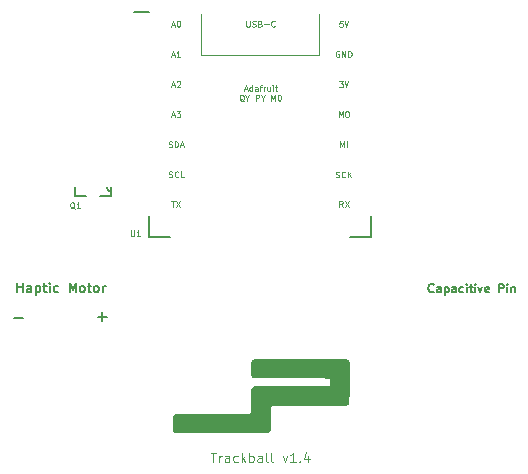
<source format=gbr>
%TF.GenerationSoftware,KiCad,Pcbnew,(6.0.9-0)*%
%TF.CreationDate,2023-01-01T03:06:46-08:00*%
%TF.ProjectId,trackball,74726163-6b62-4616-9c6c-2e6b69636164,v01*%
%TF.SameCoordinates,Original*%
%TF.FileFunction,Legend,Top*%
%TF.FilePolarity,Positive*%
%FSLAX46Y46*%
G04 Gerber Fmt 4.6, Leading zero omitted, Abs format (unit mm)*
G04 Created by KiCad (PCBNEW (6.0.9-0)) date 2023-01-01 03:06:46*
%MOMM*%
%LPD*%
G01*
G04 APERTURE LIST*
%ADD10C,0.100000*%
%ADD11C,0.150000*%
%ADD12C,0.120000*%
%ADD13C,0.125000*%
%ADD14C,0.200000*%
%ADD15C,0.152400*%
G04 APERTURE END LIST*
D10*
X143142857Y-129680833D02*
X143380952Y-129680833D01*
X143095238Y-129823690D02*
X143261904Y-129323690D01*
X143428571Y-129823690D01*
X143809523Y-129823690D02*
X143809523Y-129323690D01*
X143809523Y-129799880D02*
X143761904Y-129823690D01*
X143666666Y-129823690D01*
X143619047Y-129799880D01*
X143595238Y-129776071D01*
X143571428Y-129728452D01*
X143571428Y-129585595D01*
X143595238Y-129537976D01*
X143619047Y-129514166D01*
X143666666Y-129490357D01*
X143761904Y-129490357D01*
X143809523Y-129514166D01*
X144261904Y-129823690D02*
X144261904Y-129561785D01*
X144238095Y-129514166D01*
X144190476Y-129490357D01*
X144095238Y-129490357D01*
X144047619Y-129514166D01*
X144261904Y-129799880D02*
X144214285Y-129823690D01*
X144095238Y-129823690D01*
X144047619Y-129799880D01*
X144023809Y-129752261D01*
X144023809Y-129704642D01*
X144047619Y-129657023D01*
X144095238Y-129633214D01*
X144214285Y-129633214D01*
X144261904Y-129609404D01*
X144428571Y-129490357D02*
X144619047Y-129490357D01*
X144500000Y-129823690D02*
X144500000Y-129395119D01*
X144523809Y-129347500D01*
X144571428Y-129323690D01*
X144619047Y-129323690D01*
X144785714Y-129823690D02*
X144785714Y-129490357D01*
X144785714Y-129585595D02*
X144809523Y-129537976D01*
X144833333Y-129514166D01*
X144880952Y-129490357D01*
X144928571Y-129490357D01*
X145309523Y-129490357D02*
X145309523Y-129823690D01*
X145095238Y-129490357D02*
X145095238Y-129752261D01*
X145119047Y-129799880D01*
X145166666Y-129823690D01*
X145238095Y-129823690D01*
X145285714Y-129799880D01*
X145309523Y-129776071D01*
X145547619Y-129823690D02*
X145547619Y-129490357D01*
X145547619Y-129323690D02*
X145523809Y-129347500D01*
X145547619Y-129371309D01*
X145571428Y-129347500D01*
X145547619Y-129323690D01*
X145547619Y-129371309D01*
X145714285Y-129490357D02*
X145904761Y-129490357D01*
X145785714Y-129323690D02*
X145785714Y-129752261D01*
X145809523Y-129799880D01*
X145857142Y-129823690D01*
X145904761Y-129823690D01*
X143107142Y-130676309D02*
X143059523Y-130652500D01*
X143011904Y-130604880D01*
X142940476Y-130533452D01*
X142892857Y-130509642D01*
X142845238Y-130509642D01*
X142869047Y-130628690D02*
X142821428Y-130604880D01*
X142773809Y-130557261D01*
X142750000Y-130462023D01*
X142750000Y-130295357D01*
X142773809Y-130200119D01*
X142821428Y-130152500D01*
X142869047Y-130128690D01*
X142964285Y-130128690D01*
X143011904Y-130152500D01*
X143059523Y-130200119D01*
X143083333Y-130295357D01*
X143083333Y-130462023D01*
X143059523Y-130557261D01*
X143011904Y-130604880D01*
X142964285Y-130628690D01*
X142869047Y-130628690D01*
X143392857Y-130390595D02*
X143392857Y-130628690D01*
X143226190Y-130128690D02*
X143392857Y-130390595D01*
X143559523Y-130128690D01*
X144107142Y-130628690D02*
X144107142Y-130128690D01*
X144297619Y-130128690D01*
X144345238Y-130152500D01*
X144369047Y-130176309D01*
X144392857Y-130223928D01*
X144392857Y-130295357D01*
X144369047Y-130342976D01*
X144345238Y-130366785D01*
X144297619Y-130390595D01*
X144107142Y-130390595D01*
X144702380Y-130390595D02*
X144702380Y-130628690D01*
X144535714Y-130128690D02*
X144702380Y-130390595D01*
X144869047Y-130128690D01*
X145416666Y-130628690D02*
X145416666Y-130128690D01*
X145583333Y-130485833D01*
X145750000Y-130128690D01*
X145750000Y-130628690D01*
X146083333Y-130128690D02*
X146130952Y-130128690D01*
X146178571Y-130152500D01*
X146202380Y-130176309D01*
X146226190Y-130223928D01*
X146250000Y-130319166D01*
X146250000Y-130438214D01*
X146226190Y-130533452D01*
X146202380Y-130581071D01*
X146178571Y-130604880D01*
X146130952Y-130628690D01*
X146083333Y-130628690D01*
X146035714Y-130604880D01*
X146011904Y-130581071D01*
X145988095Y-130533452D01*
X145964285Y-130438214D01*
X145964285Y-130319166D01*
X145988095Y-130223928D01*
X146011904Y-130176309D01*
X146035714Y-130152500D01*
X146083333Y-130128690D01*
D11*
X159166666Y-146800000D02*
X159133333Y-146833333D01*
X159033333Y-146866666D01*
X158966666Y-146866666D01*
X158866666Y-146833333D01*
X158800000Y-146766666D01*
X158766666Y-146700000D01*
X158733333Y-146566666D01*
X158733333Y-146466666D01*
X158766666Y-146333333D01*
X158800000Y-146266666D01*
X158866666Y-146200000D01*
X158966666Y-146166666D01*
X159033333Y-146166666D01*
X159133333Y-146200000D01*
X159166666Y-146233333D01*
X159766666Y-146866666D02*
X159766666Y-146500000D01*
X159733333Y-146433333D01*
X159666666Y-146400000D01*
X159533333Y-146400000D01*
X159466666Y-146433333D01*
X159766666Y-146833333D02*
X159700000Y-146866666D01*
X159533333Y-146866666D01*
X159466666Y-146833333D01*
X159433333Y-146766666D01*
X159433333Y-146700000D01*
X159466666Y-146633333D01*
X159533333Y-146600000D01*
X159700000Y-146600000D01*
X159766666Y-146566666D01*
X160100000Y-146400000D02*
X160100000Y-147100000D01*
X160100000Y-146433333D02*
X160166666Y-146400000D01*
X160300000Y-146400000D01*
X160366666Y-146433333D01*
X160400000Y-146466666D01*
X160433333Y-146533333D01*
X160433333Y-146733333D01*
X160400000Y-146800000D01*
X160366666Y-146833333D01*
X160300000Y-146866666D01*
X160166666Y-146866666D01*
X160100000Y-146833333D01*
X161033333Y-146866666D02*
X161033333Y-146500000D01*
X161000000Y-146433333D01*
X160933333Y-146400000D01*
X160800000Y-146400000D01*
X160733333Y-146433333D01*
X161033333Y-146833333D02*
X160966666Y-146866666D01*
X160800000Y-146866666D01*
X160733333Y-146833333D01*
X160700000Y-146766666D01*
X160700000Y-146700000D01*
X160733333Y-146633333D01*
X160800000Y-146600000D01*
X160966666Y-146600000D01*
X161033333Y-146566666D01*
X161666666Y-146833333D02*
X161600000Y-146866666D01*
X161466666Y-146866666D01*
X161400000Y-146833333D01*
X161366666Y-146800000D01*
X161333333Y-146733333D01*
X161333333Y-146533333D01*
X161366666Y-146466666D01*
X161400000Y-146433333D01*
X161466666Y-146400000D01*
X161600000Y-146400000D01*
X161666666Y-146433333D01*
X161966666Y-146866666D02*
X161966666Y-146400000D01*
X161966666Y-146166666D02*
X161933333Y-146200000D01*
X161966666Y-146233333D01*
X162000000Y-146200000D01*
X161966666Y-146166666D01*
X161966666Y-146233333D01*
X162200000Y-146400000D02*
X162466666Y-146400000D01*
X162300000Y-146166666D02*
X162300000Y-146766666D01*
X162333333Y-146833333D01*
X162400000Y-146866666D01*
X162466666Y-146866666D01*
X162700000Y-146866666D02*
X162700000Y-146400000D01*
X162700000Y-146166666D02*
X162666666Y-146200000D01*
X162700000Y-146233333D01*
X162733333Y-146200000D01*
X162700000Y-146166666D01*
X162700000Y-146233333D01*
X162966666Y-146400000D02*
X163133333Y-146866666D01*
X163300000Y-146400000D01*
X163833333Y-146833333D02*
X163766666Y-146866666D01*
X163633333Y-146866666D01*
X163566666Y-146833333D01*
X163533333Y-146766666D01*
X163533333Y-146500000D01*
X163566666Y-146433333D01*
X163633333Y-146400000D01*
X163766666Y-146400000D01*
X163833333Y-146433333D01*
X163866666Y-146500000D01*
X163866666Y-146566666D01*
X163533333Y-146633333D01*
X164700000Y-146866666D02*
X164700000Y-146166666D01*
X164966666Y-146166666D01*
X165033333Y-146200000D01*
X165066666Y-146233333D01*
X165100000Y-146300000D01*
X165100000Y-146400000D01*
X165066666Y-146466666D01*
X165033333Y-146500000D01*
X164966666Y-146533333D01*
X164700000Y-146533333D01*
X165400000Y-146866666D02*
X165400000Y-146400000D01*
X165400000Y-146166666D02*
X165366666Y-146200000D01*
X165400000Y-146233333D01*
X165433333Y-146200000D01*
X165400000Y-146166666D01*
X165400000Y-146233333D01*
X165733333Y-146400000D02*
X165733333Y-146866666D01*
X165733333Y-146466666D02*
X165766666Y-146433333D01*
X165833333Y-146400000D01*
X165933333Y-146400000D01*
X166000000Y-146433333D01*
X166033333Y-146500000D01*
X166033333Y-146866666D01*
X123923809Y-146861904D02*
X123923809Y-146061904D01*
X123923809Y-146442857D02*
X124380952Y-146442857D01*
X124380952Y-146861904D02*
X124380952Y-146061904D01*
X125104761Y-146861904D02*
X125104761Y-146442857D01*
X125066666Y-146366666D01*
X124990476Y-146328571D01*
X124838095Y-146328571D01*
X124761904Y-146366666D01*
X125104761Y-146823809D02*
X125028571Y-146861904D01*
X124838095Y-146861904D01*
X124761904Y-146823809D01*
X124723809Y-146747619D01*
X124723809Y-146671428D01*
X124761904Y-146595238D01*
X124838095Y-146557142D01*
X125028571Y-146557142D01*
X125104761Y-146519047D01*
X125485714Y-146328571D02*
X125485714Y-147128571D01*
X125485714Y-146366666D02*
X125561904Y-146328571D01*
X125714285Y-146328571D01*
X125790476Y-146366666D01*
X125828571Y-146404761D01*
X125866666Y-146480952D01*
X125866666Y-146709523D01*
X125828571Y-146785714D01*
X125790476Y-146823809D01*
X125714285Y-146861904D01*
X125561904Y-146861904D01*
X125485714Y-146823809D01*
X126095238Y-146328571D02*
X126400000Y-146328571D01*
X126209523Y-146061904D02*
X126209523Y-146747619D01*
X126247619Y-146823809D01*
X126323809Y-146861904D01*
X126400000Y-146861904D01*
X126666666Y-146861904D02*
X126666666Y-146328571D01*
X126666666Y-146061904D02*
X126628571Y-146100000D01*
X126666666Y-146138095D01*
X126704761Y-146100000D01*
X126666666Y-146061904D01*
X126666666Y-146138095D01*
X127390476Y-146823809D02*
X127314285Y-146861904D01*
X127161904Y-146861904D01*
X127085714Y-146823809D01*
X127047619Y-146785714D01*
X127009523Y-146709523D01*
X127009523Y-146480952D01*
X127047619Y-146404761D01*
X127085714Y-146366666D01*
X127161904Y-146328571D01*
X127314285Y-146328571D01*
X127390476Y-146366666D01*
X128342857Y-146861904D02*
X128342857Y-146061904D01*
X128609523Y-146633333D01*
X128876190Y-146061904D01*
X128876190Y-146861904D01*
X129371428Y-146861904D02*
X129295238Y-146823809D01*
X129257142Y-146785714D01*
X129219047Y-146709523D01*
X129219047Y-146480952D01*
X129257142Y-146404761D01*
X129295238Y-146366666D01*
X129371428Y-146328571D01*
X129485714Y-146328571D01*
X129561904Y-146366666D01*
X129600000Y-146404761D01*
X129638095Y-146480952D01*
X129638095Y-146709523D01*
X129600000Y-146785714D01*
X129561904Y-146823809D01*
X129485714Y-146861904D01*
X129371428Y-146861904D01*
X129866666Y-146328571D02*
X130171428Y-146328571D01*
X129980952Y-146061904D02*
X129980952Y-146747619D01*
X130019047Y-146823809D01*
X130095238Y-146861904D01*
X130171428Y-146861904D01*
X130552380Y-146861904D02*
X130476190Y-146823809D01*
X130438095Y-146785714D01*
X130400000Y-146709523D01*
X130400000Y-146480952D01*
X130438095Y-146404761D01*
X130476190Y-146366666D01*
X130552380Y-146328571D01*
X130666666Y-146328571D01*
X130742857Y-146366666D01*
X130780952Y-146404761D01*
X130819047Y-146480952D01*
X130819047Y-146709523D01*
X130780952Y-146785714D01*
X130742857Y-146823809D01*
X130666666Y-146861904D01*
X130552380Y-146861904D01*
X131161904Y-146861904D02*
X131161904Y-146328571D01*
X131161904Y-146480952D02*
X131200000Y-146404761D01*
X131238095Y-146366666D01*
X131314285Y-146328571D01*
X131390476Y-146328571D01*
D12*
X140290476Y-160430190D02*
X140747619Y-160430190D01*
X140519047Y-161230190D02*
X140519047Y-160430190D01*
X141014285Y-161230190D02*
X141014285Y-160696857D01*
X141014285Y-160849238D02*
X141052380Y-160773047D01*
X141090476Y-160734952D01*
X141166666Y-160696857D01*
X141242857Y-160696857D01*
X141852380Y-161230190D02*
X141852380Y-160811143D01*
X141814285Y-160734952D01*
X141738095Y-160696857D01*
X141585714Y-160696857D01*
X141509523Y-160734952D01*
X141852380Y-161192095D02*
X141776190Y-161230190D01*
X141585714Y-161230190D01*
X141509523Y-161192095D01*
X141471428Y-161115905D01*
X141471428Y-161039714D01*
X141509523Y-160963524D01*
X141585714Y-160925428D01*
X141776190Y-160925428D01*
X141852380Y-160887333D01*
X142576190Y-161192095D02*
X142500000Y-161230190D01*
X142347619Y-161230190D01*
X142271428Y-161192095D01*
X142233333Y-161154000D01*
X142195238Y-161077809D01*
X142195238Y-160849238D01*
X142233333Y-160773047D01*
X142271428Y-160734952D01*
X142347619Y-160696857D01*
X142500000Y-160696857D01*
X142576190Y-160734952D01*
X142919047Y-161230190D02*
X142919047Y-160430190D01*
X142995238Y-160925428D02*
X143223809Y-161230190D01*
X143223809Y-160696857D02*
X142919047Y-161001619D01*
X143566666Y-161230190D02*
X143566666Y-160430190D01*
X143566666Y-160734952D02*
X143642857Y-160696857D01*
X143795238Y-160696857D01*
X143871428Y-160734952D01*
X143909523Y-160773047D01*
X143947619Y-160849238D01*
X143947619Y-161077809D01*
X143909523Y-161154000D01*
X143871428Y-161192095D01*
X143795238Y-161230190D01*
X143642857Y-161230190D01*
X143566666Y-161192095D01*
X144633333Y-161230190D02*
X144633333Y-160811143D01*
X144595238Y-160734952D01*
X144519047Y-160696857D01*
X144366666Y-160696857D01*
X144290476Y-160734952D01*
X144633333Y-161192095D02*
X144557142Y-161230190D01*
X144366666Y-161230190D01*
X144290476Y-161192095D01*
X144252380Y-161115905D01*
X144252380Y-161039714D01*
X144290476Y-160963524D01*
X144366666Y-160925428D01*
X144557142Y-160925428D01*
X144633333Y-160887333D01*
X145128571Y-161230190D02*
X145052380Y-161192095D01*
X145014285Y-161115905D01*
X145014285Y-160430190D01*
X145547619Y-161230190D02*
X145471428Y-161192095D01*
X145433333Y-161115905D01*
X145433333Y-160430190D01*
X146385714Y-160696857D02*
X146576190Y-161230190D01*
X146766666Y-160696857D01*
X147490476Y-161230190D02*
X147033333Y-161230190D01*
X147261904Y-161230190D02*
X147261904Y-160430190D01*
X147185714Y-160544476D01*
X147109523Y-160620666D01*
X147033333Y-160658762D01*
X147833333Y-161154000D02*
X147871428Y-161192095D01*
X147833333Y-161230190D01*
X147795238Y-161192095D01*
X147833333Y-161154000D01*
X147833333Y-161230190D01*
X148557142Y-160696857D02*
X148557142Y-161230190D01*
X148366666Y-160392095D02*
X148176190Y-160963524D01*
X148671428Y-160963524D01*
D10*
%TO.C,U1*%
X133519047Y-141626190D02*
X133519047Y-142030952D01*
X133542857Y-142078571D01*
X133566666Y-142102380D01*
X133614285Y-142126190D01*
X133709523Y-142126190D01*
X133757142Y-142102380D01*
X133780952Y-142078571D01*
X133804761Y-142030952D01*
X133804761Y-141626190D01*
X134304761Y-142126190D02*
X134019047Y-142126190D01*
X134161904Y-142126190D02*
X134161904Y-141626190D01*
X134114285Y-141697619D01*
X134066666Y-141745238D01*
X134019047Y-141769047D01*
D13*
X151466666Y-139626190D02*
X151300000Y-139388095D01*
X151180952Y-139626190D02*
X151180952Y-139126190D01*
X151371428Y-139126190D01*
X151419047Y-139150000D01*
X151442857Y-139173809D01*
X151466666Y-139221428D01*
X151466666Y-139292857D01*
X151442857Y-139340476D01*
X151419047Y-139364285D01*
X151371428Y-139388095D01*
X151180952Y-139388095D01*
X151633333Y-139126190D02*
X151966666Y-139626190D01*
X151966666Y-139126190D02*
X151633333Y-139626190D01*
X151169047Y-128985796D02*
X151478571Y-128985796D01*
X151311904Y-129176272D01*
X151383333Y-129176272D01*
X151430952Y-129200082D01*
X151454761Y-129223891D01*
X151478571Y-129271510D01*
X151478571Y-129390558D01*
X151454761Y-129438177D01*
X151430952Y-129461986D01*
X151383333Y-129485796D01*
X151240476Y-129485796D01*
X151192857Y-129461986D01*
X151169047Y-129438177D01*
X151621428Y-128985796D02*
X151788095Y-129485796D01*
X151954761Y-128985796D01*
X143309523Y-123876190D02*
X143309523Y-124280952D01*
X143333333Y-124328571D01*
X143357142Y-124352380D01*
X143404761Y-124376190D01*
X143500000Y-124376190D01*
X143547619Y-124352380D01*
X143571428Y-124328571D01*
X143595238Y-124280952D01*
X143595238Y-123876190D01*
X143809523Y-124352380D02*
X143880952Y-124376190D01*
X144000000Y-124376190D01*
X144047619Y-124352380D01*
X144071428Y-124328571D01*
X144095238Y-124280952D01*
X144095238Y-124233333D01*
X144071428Y-124185714D01*
X144047619Y-124161904D01*
X144000000Y-124138095D01*
X143904761Y-124114285D01*
X143857142Y-124090476D01*
X143833333Y-124066666D01*
X143809523Y-124019047D01*
X143809523Y-123971428D01*
X143833333Y-123923809D01*
X143857142Y-123900000D01*
X143904761Y-123876190D01*
X144023809Y-123876190D01*
X144095238Y-123900000D01*
X144476190Y-124114285D02*
X144547619Y-124138095D01*
X144571428Y-124161904D01*
X144595238Y-124209523D01*
X144595238Y-124280952D01*
X144571428Y-124328571D01*
X144547619Y-124352380D01*
X144500000Y-124376190D01*
X144309523Y-124376190D01*
X144309523Y-123876190D01*
X144476190Y-123876190D01*
X144523809Y-123900000D01*
X144547619Y-123923809D01*
X144571428Y-123971428D01*
X144571428Y-124019047D01*
X144547619Y-124066666D01*
X144523809Y-124090476D01*
X144476190Y-124114285D01*
X144309523Y-124114285D01*
X144809523Y-124185714D02*
X145190476Y-124185714D01*
X145714285Y-124328571D02*
X145690476Y-124352380D01*
X145619047Y-124376190D01*
X145571428Y-124376190D01*
X145500000Y-124352380D01*
X145452380Y-124304761D01*
X145428571Y-124257142D01*
X145404761Y-124161904D01*
X145404761Y-124090476D01*
X145428571Y-123995238D01*
X145452380Y-123947619D01*
X145500000Y-123900000D01*
X145571428Y-123876190D01*
X145619047Y-123876190D01*
X145690476Y-123900000D01*
X145714285Y-123923809D01*
X136969047Y-139116584D02*
X137254761Y-139116584D01*
X137111904Y-139616584D02*
X137111904Y-139116584D01*
X137373809Y-139116584D02*
X137707142Y-139616584D01*
X137707142Y-139116584D02*
X137373809Y-139616584D01*
X150907142Y-137111986D02*
X150978571Y-137135796D01*
X151097619Y-137135796D01*
X151145238Y-137111986D01*
X151169047Y-137088177D01*
X151192857Y-137040558D01*
X151192857Y-136992939D01*
X151169047Y-136945320D01*
X151145238Y-136921510D01*
X151097619Y-136897701D01*
X151002380Y-136873891D01*
X150954761Y-136850082D01*
X150930952Y-136826272D01*
X150907142Y-136778653D01*
X150907142Y-136731034D01*
X150930952Y-136683415D01*
X150954761Y-136659606D01*
X151002380Y-136635796D01*
X151121428Y-136635796D01*
X151192857Y-136659606D01*
X151692857Y-137088177D02*
X151669047Y-137111986D01*
X151597619Y-137135796D01*
X151550000Y-137135796D01*
X151478571Y-137111986D01*
X151430952Y-137064367D01*
X151407142Y-137016748D01*
X151383333Y-136921510D01*
X151383333Y-136850082D01*
X151407142Y-136754844D01*
X151430952Y-136707225D01*
X151478571Y-136659606D01*
X151550000Y-136635796D01*
X151597619Y-136635796D01*
X151669047Y-136659606D01*
X151692857Y-136683415D01*
X151907142Y-137135796D02*
X151907142Y-136635796D01*
X152192857Y-137135796D02*
X151978571Y-136850082D01*
X152192857Y-136635796D02*
X151907142Y-136921510D01*
X151454761Y-123885796D02*
X151216666Y-123885796D01*
X151192857Y-124123891D01*
X151216666Y-124100082D01*
X151264285Y-124076272D01*
X151383333Y-124076272D01*
X151430952Y-124100082D01*
X151454761Y-124123891D01*
X151478571Y-124171510D01*
X151478571Y-124290558D01*
X151454761Y-124338177D01*
X151430952Y-124361986D01*
X151383333Y-124385796D01*
X151264285Y-124385796D01*
X151216666Y-124361986D01*
X151192857Y-124338177D01*
X151621428Y-123885796D02*
X151788095Y-124385796D01*
X151954761Y-123885796D01*
X151264285Y-134585796D02*
X151264285Y-134085796D01*
X151430952Y-134442939D01*
X151597619Y-134085796D01*
X151597619Y-134585796D01*
X151835714Y-134585796D02*
X151835714Y-134085796D01*
X136992857Y-124233333D02*
X137230952Y-124233333D01*
X136945238Y-124376190D02*
X137111904Y-123876190D01*
X137278571Y-124376190D01*
X137540476Y-123876190D02*
X137588095Y-123876190D01*
X137635714Y-123900000D01*
X137659523Y-123923809D01*
X137683333Y-123971428D01*
X137707142Y-124066666D01*
X137707142Y-124185714D01*
X137683333Y-124280952D01*
X137659523Y-124328571D01*
X137635714Y-124352380D01*
X137588095Y-124376190D01*
X137540476Y-124376190D01*
X137492857Y-124352380D01*
X137469047Y-124328571D01*
X137445238Y-124280952D01*
X137421428Y-124185714D01*
X137421428Y-124066666D01*
X137445238Y-123971428D01*
X137469047Y-123923809D01*
X137492857Y-123900000D01*
X137540476Y-123876190D01*
X151121428Y-132035796D02*
X151121428Y-131535796D01*
X151288095Y-131892939D01*
X151454761Y-131535796D01*
X151454761Y-132035796D01*
X151788095Y-131535796D02*
X151883333Y-131535796D01*
X151930952Y-131559606D01*
X151978571Y-131607225D01*
X152002380Y-131702463D01*
X152002380Y-131869129D01*
X151978571Y-131964367D01*
X151930952Y-132011986D01*
X151883333Y-132035796D01*
X151788095Y-132035796D01*
X151740476Y-132011986D01*
X151692857Y-131964367D01*
X151669047Y-131869129D01*
X151669047Y-131702463D01*
X151692857Y-131607225D01*
X151740476Y-131559606D01*
X151788095Y-131535796D01*
X136742857Y-134552380D02*
X136814285Y-134576190D01*
X136933333Y-134576190D01*
X136980952Y-134552380D01*
X137004761Y-134528571D01*
X137028571Y-134480952D01*
X137028571Y-134433333D01*
X137004761Y-134385714D01*
X136980952Y-134361904D01*
X136933333Y-134338095D01*
X136838095Y-134314285D01*
X136790476Y-134290476D01*
X136766666Y-134266666D01*
X136742857Y-134219047D01*
X136742857Y-134171428D01*
X136766666Y-134123809D01*
X136790476Y-134100000D01*
X136838095Y-134076190D01*
X136957142Y-134076190D01*
X137028571Y-134100000D01*
X137242857Y-134576190D02*
X137242857Y-134076190D01*
X137361904Y-134076190D01*
X137433333Y-134100000D01*
X137480952Y-134147619D01*
X137504761Y-134195238D01*
X137528571Y-134290476D01*
X137528571Y-134361904D01*
X137504761Y-134457142D01*
X137480952Y-134504761D01*
X137433333Y-134552380D01*
X137361904Y-134576190D01*
X137242857Y-134576190D01*
X137719047Y-134433333D02*
X137957142Y-134433333D01*
X137671428Y-134576190D02*
X137838095Y-134076190D01*
X138004761Y-134576190D01*
X136754761Y-137102380D02*
X136826190Y-137126190D01*
X136945238Y-137126190D01*
X136992857Y-137102380D01*
X137016666Y-137078571D01*
X137040476Y-137030952D01*
X137040476Y-136983333D01*
X137016666Y-136935714D01*
X136992857Y-136911904D01*
X136945238Y-136888095D01*
X136850000Y-136864285D01*
X136802380Y-136840476D01*
X136778571Y-136816666D01*
X136754761Y-136769047D01*
X136754761Y-136721428D01*
X136778571Y-136673809D01*
X136802380Y-136650000D01*
X136850000Y-136626190D01*
X136969047Y-136626190D01*
X137040476Y-136650000D01*
X137540476Y-137078571D02*
X137516666Y-137102380D01*
X137445238Y-137126190D01*
X137397619Y-137126190D01*
X137326190Y-137102380D01*
X137278571Y-137054761D01*
X137254761Y-137007142D01*
X137230952Y-136911904D01*
X137230952Y-136840476D01*
X137254761Y-136745238D01*
X137278571Y-136697619D01*
X137326190Y-136650000D01*
X137397619Y-136626190D01*
X137445238Y-136626190D01*
X137516666Y-136650000D01*
X137540476Y-136673809D01*
X137992857Y-137126190D02*
X137754761Y-137126190D01*
X137754761Y-136626190D01*
X136992857Y-129333333D02*
X137230952Y-129333333D01*
X136945238Y-129476190D02*
X137111904Y-128976190D01*
X137278571Y-129476190D01*
X137421428Y-129023809D02*
X137445238Y-129000000D01*
X137492857Y-128976190D01*
X137611904Y-128976190D01*
X137659523Y-129000000D01*
X137683333Y-129023809D01*
X137707142Y-129071428D01*
X137707142Y-129119047D01*
X137683333Y-129190476D01*
X137397619Y-129476190D01*
X137707142Y-129476190D01*
X136992857Y-126783333D02*
X137230952Y-126783333D01*
X136945238Y-126926190D02*
X137111904Y-126426190D01*
X137278571Y-126926190D01*
X137707142Y-126926190D02*
X137421428Y-126926190D01*
X137564285Y-126926190D02*
X137564285Y-126426190D01*
X137516666Y-126497619D01*
X137469047Y-126545238D01*
X137421428Y-126569047D01*
X151169047Y-126459606D02*
X151121428Y-126435796D01*
X151050000Y-126435796D01*
X150978571Y-126459606D01*
X150930952Y-126507225D01*
X150907142Y-126554844D01*
X150883333Y-126650082D01*
X150883333Y-126721510D01*
X150907142Y-126816748D01*
X150930952Y-126864367D01*
X150978571Y-126911986D01*
X151050000Y-126935796D01*
X151097619Y-126935796D01*
X151169047Y-126911986D01*
X151192857Y-126888177D01*
X151192857Y-126721510D01*
X151097619Y-126721510D01*
X151407142Y-126935796D02*
X151407142Y-126435796D01*
X151692857Y-126935796D01*
X151692857Y-126435796D01*
X151930952Y-126935796D02*
X151930952Y-126435796D01*
X152050000Y-126435796D01*
X152121428Y-126459606D01*
X152169047Y-126507225D01*
X152192857Y-126554844D01*
X152216666Y-126650082D01*
X152216666Y-126721510D01*
X152192857Y-126816748D01*
X152169047Y-126864367D01*
X152121428Y-126911986D01*
X152050000Y-126935796D01*
X151930952Y-126935796D01*
X136992857Y-131883333D02*
X137230952Y-131883333D01*
X136945238Y-132026190D02*
X137111904Y-131526190D01*
X137278571Y-132026190D01*
X137397619Y-131526190D02*
X137707142Y-131526190D01*
X137540476Y-131716666D01*
X137611904Y-131716666D01*
X137659523Y-131740476D01*
X137683333Y-131764285D01*
X137707142Y-131811904D01*
X137707142Y-131930952D01*
X137683333Y-131978571D01*
X137659523Y-132002380D01*
X137611904Y-132026190D01*
X137469047Y-132026190D01*
X137421428Y-132002380D01*
X137397619Y-131978571D01*
D10*
%TO.C,Q1*%
X128768380Y-139789809D02*
X128720761Y-139766000D01*
X128673142Y-139718380D01*
X128601714Y-139646952D01*
X128554095Y-139623142D01*
X128506476Y-139623142D01*
X128530285Y-139742190D02*
X128482666Y-139718380D01*
X128435047Y-139670761D01*
X128411238Y-139575523D01*
X128411238Y-139408857D01*
X128435047Y-139313619D01*
X128482666Y-139266000D01*
X128530285Y-139242190D01*
X128625523Y-139242190D01*
X128673142Y-139266000D01*
X128720761Y-139313619D01*
X128744571Y-139408857D01*
X128744571Y-139575523D01*
X128720761Y-139670761D01*
X128673142Y-139718380D01*
X128625523Y-139742190D01*
X128530285Y-139742190D01*
X129220761Y-139742190D02*
X128935047Y-139742190D01*
X129077904Y-139742190D02*
X129077904Y-139242190D01*
X129030285Y-139313619D01*
X128982666Y-139361238D01*
X128935047Y-139385047D01*
D14*
%TO.C,+*%
X131121428Y-149330952D02*
X131121428Y-148569047D01*
X131502380Y-148950000D02*
X130740476Y-148950000D01*
%TO.C,-*%
X123619047Y-149021428D02*
X124380952Y-149021428D01*
%TO.C,U1*%
X153898000Y-140444000D02*
X153898000Y-142222000D01*
X135102000Y-123164000D02*
X133832000Y-123164000D01*
D12*
X149500000Y-123300000D02*
X149500000Y-126800000D01*
D14*
X136880000Y-142222000D02*
X135102000Y-142222000D01*
X153898000Y-142222000D02*
X152120000Y-142222000D01*
D12*
X139500000Y-126800000D02*
X139500000Y-123300000D01*
D14*
X135102000Y-142222000D02*
X135102000Y-140444000D01*
D12*
X149500000Y-126800000D02*
X139500000Y-126800000D01*
D15*
%TO.C,Q1*%
X128817400Y-138727200D02*
X129706400Y-138727200D01*
X131814600Y-138727200D02*
X131814600Y-138320800D01*
X130925600Y-138727200D02*
X131814600Y-138727200D01*
X131814600Y-138320800D02*
X131814600Y-137914400D01*
X128817400Y-137914400D02*
X128817400Y-138727200D01*
X131509800Y-137990600D02*
G75*
G03*
X131814600Y-138320800I303685J-25452D01*
G01*
%TO.C,G\u002A\u002A\u002A*%
G36*
X147899973Y-152511356D02*
G01*
X151811355Y-152513063D01*
X151862343Y-152538900D01*
X151925027Y-152577259D01*
X151973072Y-152623057D01*
X152011957Y-152681573D01*
X152013634Y-152684692D01*
X152045579Y-152744628D01*
X152045579Y-154490774D01*
X152045577Y-154711014D01*
X152045564Y-154911935D01*
X152045529Y-155094448D01*
X152045461Y-155259465D01*
X152045350Y-155407898D01*
X152045185Y-155540657D01*
X152044957Y-155658656D01*
X152044653Y-155762805D01*
X152044264Y-155854016D01*
X152043779Y-155933201D01*
X152043187Y-156001272D01*
X152042478Y-156059139D01*
X152041641Y-156107715D01*
X152040666Y-156147912D01*
X152039542Y-156180640D01*
X152038258Y-156206812D01*
X152036804Y-156227340D01*
X152035169Y-156243134D01*
X152033343Y-156255106D01*
X152031315Y-156264169D01*
X152029074Y-156271234D01*
X152026610Y-156277212D01*
X152024776Y-156281177D01*
X151983805Y-156347944D01*
X151928822Y-156402007D01*
X151861810Y-156443532D01*
X151789974Y-156479471D01*
X148658059Y-156480182D01*
X148357612Y-156480280D01*
X148070016Y-156480434D01*
X147795684Y-156480644D01*
X147535028Y-156480906D01*
X147288461Y-156481221D01*
X147056394Y-156481587D01*
X146839240Y-156482003D01*
X146637412Y-156482466D01*
X146451321Y-156482977D01*
X146281380Y-156483533D01*
X146128001Y-156484133D01*
X145991597Y-156484776D01*
X145872579Y-156485461D01*
X145771360Y-156486185D01*
X145688352Y-156486949D01*
X145623968Y-156487750D01*
X145578620Y-156488587D01*
X145552719Y-156489459D01*
X145546376Y-156490272D01*
X145556003Y-156495852D01*
X145547960Y-156496130D01*
X145534470Y-156493977D01*
X145492358Y-156496516D01*
X145450935Y-156518163D01*
X145412869Y-156557060D01*
X145384528Y-156594208D01*
X145382032Y-157394128D01*
X145381480Y-157573234D01*
X145380980Y-157733235D01*
X145380501Y-157875257D01*
X145380010Y-158000425D01*
X145379476Y-158109866D01*
X145378866Y-158204705D01*
X145378147Y-158286068D01*
X145377289Y-158355081D01*
X145376259Y-158412869D01*
X145375023Y-158460558D01*
X145373552Y-158499274D01*
X145371811Y-158530143D01*
X145369769Y-158554291D01*
X145367395Y-158572843D01*
X145364655Y-158586926D01*
X145361517Y-158597664D01*
X145357950Y-158606184D01*
X145353921Y-158613611D01*
X145349398Y-158621072D01*
X145346855Y-158625313D01*
X145311969Y-158672953D01*
X145266400Y-158718807D01*
X145216483Y-158757263D01*
X145169515Y-158782343D01*
X145164810Y-158783981D01*
X145158981Y-158785521D01*
X145151410Y-158786965D01*
X145141479Y-158788317D01*
X145128571Y-158789580D01*
X145112069Y-158790757D01*
X145091354Y-158791851D01*
X145065810Y-158792865D01*
X145034818Y-158793804D01*
X144997761Y-158794669D01*
X144954021Y-158795463D01*
X144902981Y-158796191D01*
X144844023Y-158796855D01*
X144776529Y-158797459D01*
X144699882Y-158798005D01*
X144613465Y-158798497D01*
X144516659Y-158798938D01*
X144408847Y-158799331D01*
X144289412Y-158799679D01*
X144157735Y-158799986D01*
X144013200Y-158800254D01*
X143855189Y-158800487D01*
X143683083Y-158800687D01*
X143496266Y-158800859D01*
X143294120Y-158801005D01*
X143076026Y-158801129D01*
X142841369Y-158801233D01*
X142589529Y-158801321D01*
X142319890Y-158801396D01*
X142031834Y-158801461D01*
X141724742Y-158801519D01*
X141419255Y-158801570D01*
X141144370Y-158801598D01*
X140873574Y-158801596D01*
X140607632Y-158801563D01*
X140347310Y-158801502D01*
X140093373Y-158801412D01*
X139846589Y-158801295D01*
X139607722Y-158801152D01*
X139377538Y-158800984D01*
X139156803Y-158800792D01*
X138946283Y-158800576D01*
X138746744Y-158800339D01*
X138558952Y-158800080D01*
X138383672Y-158799801D01*
X138221669Y-158799503D01*
X138073711Y-158799187D01*
X137940562Y-158798853D01*
X137822989Y-158798503D01*
X137721758Y-158798138D01*
X137637633Y-158797759D01*
X137571381Y-158797367D01*
X137523768Y-158796962D01*
X137495559Y-158796545D01*
X137494177Y-158796512D01*
X137271369Y-158790861D01*
X137218809Y-158757110D01*
X137150112Y-158702558D01*
X137099013Y-158638312D01*
X137080778Y-158604238D01*
X137076251Y-158593982D01*
X137072416Y-158583243D01*
X137069214Y-158570346D01*
X137066590Y-158553619D01*
X137064485Y-158531387D01*
X137062842Y-158501977D01*
X137061604Y-158463714D01*
X137060714Y-158414925D01*
X137060115Y-158353937D01*
X137059749Y-158279075D01*
X137059559Y-158188666D01*
X137059488Y-158081037D01*
X137059478Y-157981621D01*
X137059496Y-157859025D01*
X137059589Y-157754987D01*
X137059812Y-157667835D01*
X137060223Y-157595897D01*
X137060880Y-157537500D01*
X137061838Y-157490971D01*
X137063154Y-157454637D01*
X137064886Y-157426828D01*
X137067091Y-157405869D01*
X137069825Y-157390088D01*
X137073144Y-157377814D01*
X137077107Y-157367372D01*
X137080638Y-157359519D01*
X137118582Y-157297521D01*
X137169664Y-157242354D01*
X137228779Y-157198745D01*
X137280039Y-157174799D01*
X137290571Y-157173630D01*
X137315397Y-157172505D01*
X137354835Y-157171422D01*
X137409202Y-157170378D01*
X137478815Y-157169374D01*
X137563993Y-157168405D01*
X137665053Y-157167472D01*
X137782312Y-157166573D01*
X137916088Y-157165705D01*
X138066697Y-157164867D01*
X138234459Y-157164058D01*
X138419690Y-157163275D01*
X138622707Y-157162517D01*
X138843829Y-157161783D01*
X139083373Y-157161070D01*
X139341655Y-157160377D01*
X139618995Y-157159702D01*
X139915709Y-157159044D01*
X140232114Y-157158401D01*
X140464935Y-157157960D01*
X143617504Y-157152151D01*
X143656372Y-157120885D01*
X143667636Y-157112259D01*
X143677608Y-157104774D01*
X143686371Y-157097216D01*
X143694011Y-157088368D01*
X143700611Y-157077017D01*
X143706255Y-157061945D01*
X143711029Y-157041937D01*
X143715015Y-157015779D01*
X143718300Y-156982253D01*
X143720965Y-156940145D01*
X143723097Y-156888239D01*
X143724779Y-156825320D01*
X143726096Y-156750172D01*
X143727132Y-156661579D01*
X143727970Y-156558326D01*
X143728696Y-156439198D01*
X143729394Y-156302978D01*
X143730147Y-156148452D01*
X143730645Y-156049562D01*
X143735703Y-155068360D01*
X143765708Y-155014187D01*
X143805698Y-154957730D01*
X143858972Y-154904996D01*
X143918776Y-154862513D01*
X143927897Y-154857425D01*
X143968359Y-154835703D01*
X147131041Y-154830646D01*
X150293723Y-154825588D01*
X150331716Y-154794837D01*
X150352072Y-154776738D01*
X150367783Y-154757603D01*
X150379389Y-154734668D01*
X150387428Y-154705174D01*
X150392438Y-154666359D01*
X150394957Y-154615462D01*
X150395525Y-154549723D01*
X150394755Y-154471546D01*
X150393620Y-154400376D01*
X150392338Y-154346484D01*
X150390598Y-154306920D01*
X150388091Y-154278732D01*
X150384508Y-154258968D01*
X150379540Y-154244676D01*
X150372878Y-154232905D01*
X150369198Y-154227580D01*
X150345855Y-154200510D01*
X150319978Y-154177941D01*
X150318621Y-154177002D01*
X150315549Y-154175194D01*
X150311399Y-154173502D01*
X150305505Y-154171922D01*
X150297199Y-154170447D01*
X150285816Y-154169073D01*
X150270688Y-154167795D01*
X150251150Y-154166607D01*
X150226533Y-154165506D01*
X150196173Y-154164485D01*
X150159402Y-154163540D01*
X150115554Y-154162666D01*
X150063962Y-154161857D01*
X150003960Y-154161109D01*
X149934881Y-154160417D01*
X149856058Y-154159775D01*
X149766825Y-154159178D01*
X149666516Y-154158622D01*
X149554463Y-154158101D01*
X149430001Y-154157611D01*
X149292462Y-154157146D01*
X149141180Y-154156701D01*
X148975489Y-154156271D01*
X148794721Y-154155851D01*
X148598211Y-154155437D01*
X148385291Y-154155022D01*
X148155296Y-154154603D01*
X147907559Y-154154173D01*
X147641412Y-154153729D01*
X147356190Y-154153264D01*
X147134508Y-154152908D01*
X143978475Y-154147850D01*
X143931313Y-154124617D01*
X143859748Y-154078858D01*
X143800590Y-154019304D01*
X143760494Y-153956177D01*
X143728906Y-153892013D01*
X143732304Y-153321962D01*
X143735703Y-152751912D01*
X143763822Y-152694653D01*
X143807593Y-152628165D01*
X143867511Y-152573367D01*
X143931741Y-152536050D01*
X143988590Y-152509649D01*
X147899973Y-152511356D01*
G37*
%TD*%
M02*

</source>
